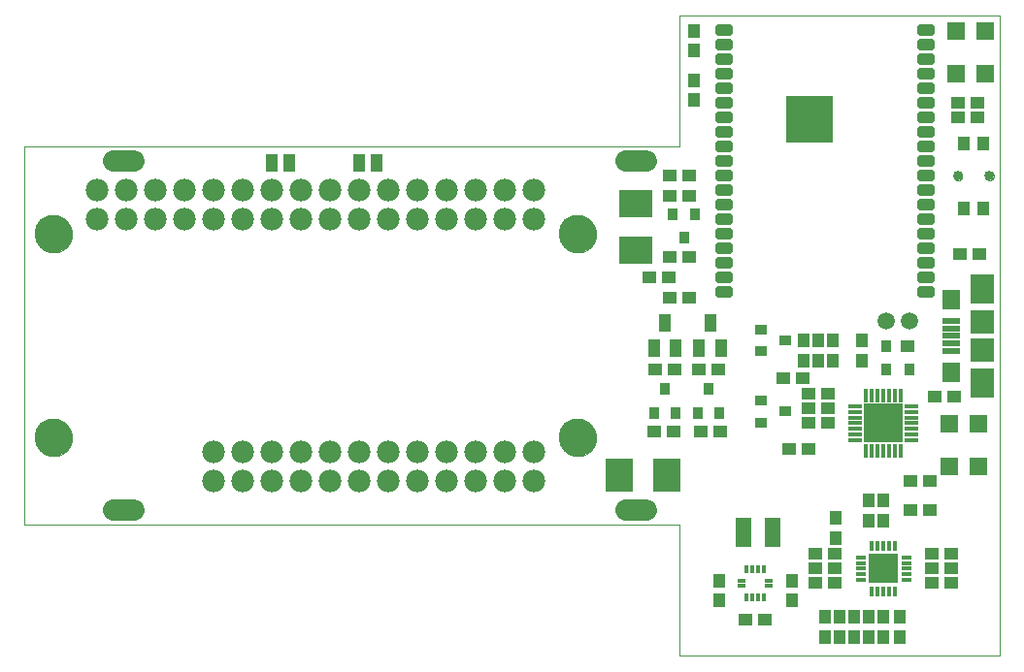
<source format=gts>
G75*
%MOIN*%
%OFA0B0*%
%FSLAX25Y25*%
%IPPOS*%
%LPD*%
%AMOC8*
5,1,8,0,0,1.08239X$1,22.5*
%
%ADD10C,0.00000*%
%ADD11C,0.12998*%
%ADD12C,0.02031*%
%ADD13R,0.16148X0.16148*%
%ADD14R,0.04731X0.04337*%
%ADD15R,0.04337X0.04731*%
%ADD16R,0.05912X0.01975*%
%ADD17R,0.07880X0.07880*%
%ADD18R,0.07880X0.09849*%
%ADD19R,0.06306X0.06699*%
%ADD20C,0.07487*%
%ADD21R,0.03550X0.03943*%
%ADD22R,0.05124X0.03943*%
%ADD23R,0.05912X0.05912*%
%ADD24R,0.09400X0.11400*%
%ADD25R,0.11400X0.09400*%
%ADD26R,0.04337X0.06306*%
%ADD27C,0.07800*%
%ADD28R,0.05518X0.10439*%
%ADD29R,0.04337X0.05124*%
%ADD30C,0.03353*%
%ADD31R,0.03943X0.03550*%
%ADD32R,0.04337X0.05912*%
%ADD33R,0.01581X0.04534*%
%ADD34R,0.04534X0.01581*%
%ADD35R,0.13195X0.13195*%
%ADD36R,0.03353X0.01581*%
%ADD37R,0.01581X0.03353*%
%ADD38R,0.10236X0.10236*%
%ADD39R,0.01384X0.03156*%
%ADD40R,0.03156X0.01384*%
%ADD41C,0.05943*%
D10*
X0001800Y0047550D02*
X0226800Y0047550D01*
X0226800Y0002550D01*
X0336800Y0002550D01*
X0336800Y0222550D01*
X0226800Y0222550D01*
X0226800Y0177550D01*
X0001800Y0177550D01*
X0001800Y0047550D01*
X0005501Y0077550D02*
X0005503Y0077708D01*
X0005509Y0077866D01*
X0005519Y0078024D01*
X0005533Y0078182D01*
X0005551Y0078339D01*
X0005572Y0078496D01*
X0005598Y0078652D01*
X0005628Y0078808D01*
X0005661Y0078963D01*
X0005699Y0079116D01*
X0005740Y0079269D01*
X0005785Y0079421D01*
X0005834Y0079572D01*
X0005887Y0079721D01*
X0005943Y0079869D01*
X0006003Y0080015D01*
X0006067Y0080160D01*
X0006135Y0080303D01*
X0006206Y0080445D01*
X0006280Y0080585D01*
X0006358Y0080722D01*
X0006440Y0080858D01*
X0006524Y0080992D01*
X0006613Y0081123D01*
X0006704Y0081252D01*
X0006799Y0081379D01*
X0006896Y0081504D01*
X0006997Y0081626D01*
X0007101Y0081745D01*
X0007208Y0081862D01*
X0007318Y0081976D01*
X0007431Y0082087D01*
X0007546Y0082196D01*
X0007664Y0082301D01*
X0007785Y0082403D01*
X0007908Y0082503D01*
X0008034Y0082599D01*
X0008162Y0082692D01*
X0008292Y0082782D01*
X0008425Y0082868D01*
X0008560Y0082952D01*
X0008696Y0083031D01*
X0008835Y0083108D01*
X0008976Y0083180D01*
X0009118Y0083250D01*
X0009262Y0083315D01*
X0009408Y0083377D01*
X0009555Y0083435D01*
X0009704Y0083490D01*
X0009854Y0083541D01*
X0010005Y0083588D01*
X0010157Y0083631D01*
X0010310Y0083670D01*
X0010465Y0083706D01*
X0010620Y0083737D01*
X0010776Y0083765D01*
X0010932Y0083789D01*
X0011089Y0083809D01*
X0011247Y0083825D01*
X0011404Y0083837D01*
X0011563Y0083845D01*
X0011721Y0083849D01*
X0011879Y0083849D01*
X0012037Y0083845D01*
X0012196Y0083837D01*
X0012353Y0083825D01*
X0012511Y0083809D01*
X0012668Y0083789D01*
X0012824Y0083765D01*
X0012980Y0083737D01*
X0013135Y0083706D01*
X0013290Y0083670D01*
X0013443Y0083631D01*
X0013595Y0083588D01*
X0013746Y0083541D01*
X0013896Y0083490D01*
X0014045Y0083435D01*
X0014192Y0083377D01*
X0014338Y0083315D01*
X0014482Y0083250D01*
X0014624Y0083180D01*
X0014765Y0083108D01*
X0014904Y0083031D01*
X0015040Y0082952D01*
X0015175Y0082868D01*
X0015308Y0082782D01*
X0015438Y0082692D01*
X0015566Y0082599D01*
X0015692Y0082503D01*
X0015815Y0082403D01*
X0015936Y0082301D01*
X0016054Y0082196D01*
X0016169Y0082087D01*
X0016282Y0081976D01*
X0016392Y0081862D01*
X0016499Y0081745D01*
X0016603Y0081626D01*
X0016704Y0081504D01*
X0016801Y0081379D01*
X0016896Y0081252D01*
X0016987Y0081123D01*
X0017076Y0080992D01*
X0017160Y0080858D01*
X0017242Y0080722D01*
X0017320Y0080585D01*
X0017394Y0080445D01*
X0017465Y0080303D01*
X0017533Y0080160D01*
X0017597Y0080015D01*
X0017657Y0079869D01*
X0017713Y0079721D01*
X0017766Y0079572D01*
X0017815Y0079421D01*
X0017860Y0079269D01*
X0017901Y0079116D01*
X0017939Y0078963D01*
X0017972Y0078808D01*
X0018002Y0078652D01*
X0018028Y0078496D01*
X0018049Y0078339D01*
X0018067Y0078182D01*
X0018081Y0078024D01*
X0018091Y0077866D01*
X0018097Y0077708D01*
X0018099Y0077550D01*
X0018097Y0077392D01*
X0018091Y0077234D01*
X0018081Y0077076D01*
X0018067Y0076918D01*
X0018049Y0076761D01*
X0018028Y0076604D01*
X0018002Y0076448D01*
X0017972Y0076292D01*
X0017939Y0076137D01*
X0017901Y0075984D01*
X0017860Y0075831D01*
X0017815Y0075679D01*
X0017766Y0075528D01*
X0017713Y0075379D01*
X0017657Y0075231D01*
X0017597Y0075085D01*
X0017533Y0074940D01*
X0017465Y0074797D01*
X0017394Y0074655D01*
X0017320Y0074515D01*
X0017242Y0074378D01*
X0017160Y0074242D01*
X0017076Y0074108D01*
X0016987Y0073977D01*
X0016896Y0073848D01*
X0016801Y0073721D01*
X0016704Y0073596D01*
X0016603Y0073474D01*
X0016499Y0073355D01*
X0016392Y0073238D01*
X0016282Y0073124D01*
X0016169Y0073013D01*
X0016054Y0072904D01*
X0015936Y0072799D01*
X0015815Y0072697D01*
X0015692Y0072597D01*
X0015566Y0072501D01*
X0015438Y0072408D01*
X0015308Y0072318D01*
X0015175Y0072232D01*
X0015040Y0072148D01*
X0014904Y0072069D01*
X0014765Y0071992D01*
X0014624Y0071920D01*
X0014482Y0071850D01*
X0014338Y0071785D01*
X0014192Y0071723D01*
X0014045Y0071665D01*
X0013896Y0071610D01*
X0013746Y0071559D01*
X0013595Y0071512D01*
X0013443Y0071469D01*
X0013290Y0071430D01*
X0013135Y0071394D01*
X0012980Y0071363D01*
X0012824Y0071335D01*
X0012668Y0071311D01*
X0012511Y0071291D01*
X0012353Y0071275D01*
X0012196Y0071263D01*
X0012037Y0071255D01*
X0011879Y0071251D01*
X0011721Y0071251D01*
X0011563Y0071255D01*
X0011404Y0071263D01*
X0011247Y0071275D01*
X0011089Y0071291D01*
X0010932Y0071311D01*
X0010776Y0071335D01*
X0010620Y0071363D01*
X0010465Y0071394D01*
X0010310Y0071430D01*
X0010157Y0071469D01*
X0010005Y0071512D01*
X0009854Y0071559D01*
X0009704Y0071610D01*
X0009555Y0071665D01*
X0009408Y0071723D01*
X0009262Y0071785D01*
X0009118Y0071850D01*
X0008976Y0071920D01*
X0008835Y0071992D01*
X0008696Y0072069D01*
X0008560Y0072148D01*
X0008425Y0072232D01*
X0008292Y0072318D01*
X0008162Y0072408D01*
X0008034Y0072501D01*
X0007908Y0072597D01*
X0007785Y0072697D01*
X0007664Y0072799D01*
X0007546Y0072904D01*
X0007431Y0073013D01*
X0007318Y0073124D01*
X0007208Y0073238D01*
X0007101Y0073355D01*
X0006997Y0073474D01*
X0006896Y0073596D01*
X0006799Y0073721D01*
X0006704Y0073848D01*
X0006613Y0073977D01*
X0006524Y0074108D01*
X0006440Y0074242D01*
X0006358Y0074378D01*
X0006280Y0074515D01*
X0006206Y0074655D01*
X0006135Y0074797D01*
X0006067Y0074940D01*
X0006003Y0075085D01*
X0005943Y0075231D01*
X0005887Y0075379D01*
X0005834Y0075528D01*
X0005785Y0075679D01*
X0005740Y0075831D01*
X0005699Y0075984D01*
X0005661Y0076137D01*
X0005628Y0076292D01*
X0005598Y0076448D01*
X0005572Y0076604D01*
X0005551Y0076761D01*
X0005533Y0076918D01*
X0005519Y0077076D01*
X0005509Y0077234D01*
X0005503Y0077392D01*
X0005501Y0077550D01*
X0005501Y0147550D02*
X0005503Y0147708D01*
X0005509Y0147866D01*
X0005519Y0148024D01*
X0005533Y0148182D01*
X0005551Y0148339D01*
X0005572Y0148496D01*
X0005598Y0148652D01*
X0005628Y0148808D01*
X0005661Y0148963D01*
X0005699Y0149116D01*
X0005740Y0149269D01*
X0005785Y0149421D01*
X0005834Y0149572D01*
X0005887Y0149721D01*
X0005943Y0149869D01*
X0006003Y0150015D01*
X0006067Y0150160D01*
X0006135Y0150303D01*
X0006206Y0150445D01*
X0006280Y0150585D01*
X0006358Y0150722D01*
X0006440Y0150858D01*
X0006524Y0150992D01*
X0006613Y0151123D01*
X0006704Y0151252D01*
X0006799Y0151379D01*
X0006896Y0151504D01*
X0006997Y0151626D01*
X0007101Y0151745D01*
X0007208Y0151862D01*
X0007318Y0151976D01*
X0007431Y0152087D01*
X0007546Y0152196D01*
X0007664Y0152301D01*
X0007785Y0152403D01*
X0007908Y0152503D01*
X0008034Y0152599D01*
X0008162Y0152692D01*
X0008292Y0152782D01*
X0008425Y0152868D01*
X0008560Y0152952D01*
X0008696Y0153031D01*
X0008835Y0153108D01*
X0008976Y0153180D01*
X0009118Y0153250D01*
X0009262Y0153315D01*
X0009408Y0153377D01*
X0009555Y0153435D01*
X0009704Y0153490D01*
X0009854Y0153541D01*
X0010005Y0153588D01*
X0010157Y0153631D01*
X0010310Y0153670D01*
X0010465Y0153706D01*
X0010620Y0153737D01*
X0010776Y0153765D01*
X0010932Y0153789D01*
X0011089Y0153809D01*
X0011247Y0153825D01*
X0011404Y0153837D01*
X0011563Y0153845D01*
X0011721Y0153849D01*
X0011879Y0153849D01*
X0012037Y0153845D01*
X0012196Y0153837D01*
X0012353Y0153825D01*
X0012511Y0153809D01*
X0012668Y0153789D01*
X0012824Y0153765D01*
X0012980Y0153737D01*
X0013135Y0153706D01*
X0013290Y0153670D01*
X0013443Y0153631D01*
X0013595Y0153588D01*
X0013746Y0153541D01*
X0013896Y0153490D01*
X0014045Y0153435D01*
X0014192Y0153377D01*
X0014338Y0153315D01*
X0014482Y0153250D01*
X0014624Y0153180D01*
X0014765Y0153108D01*
X0014904Y0153031D01*
X0015040Y0152952D01*
X0015175Y0152868D01*
X0015308Y0152782D01*
X0015438Y0152692D01*
X0015566Y0152599D01*
X0015692Y0152503D01*
X0015815Y0152403D01*
X0015936Y0152301D01*
X0016054Y0152196D01*
X0016169Y0152087D01*
X0016282Y0151976D01*
X0016392Y0151862D01*
X0016499Y0151745D01*
X0016603Y0151626D01*
X0016704Y0151504D01*
X0016801Y0151379D01*
X0016896Y0151252D01*
X0016987Y0151123D01*
X0017076Y0150992D01*
X0017160Y0150858D01*
X0017242Y0150722D01*
X0017320Y0150585D01*
X0017394Y0150445D01*
X0017465Y0150303D01*
X0017533Y0150160D01*
X0017597Y0150015D01*
X0017657Y0149869D01*
X0017713Y0149721D01*
X0017766Y0149572D01*
X0017815Y0149421D01*
X0017860Y0149269D01*
X0017901Y0149116D01*
X0017939Y0148963D01*
X0017972Y0148808D01*
X0018002Y0148652D01*
X0018028Y0148496D01*
X0018049Y0148339D01*
X0018067Y0148182D01*
X0018081Y0148024D01*
X0018091Y0147866D01*
X0018097Y0147708D01*
X0018099Y0147550D01*
X0018097Y0147392D01*
X0018091Y0147234D01*
X0018081Y0147076D01*
X0018067Y0146918D01*
X0018049Y0146761D01*
X0018028Y0146604D01*
X0018002Y0146448D01*
X0017972Y0146292D01*
X0017939Y0146137D01*
X0017901Y0145984D01*
X0017860Y0145831D01*
X0017815Y0145679D01*
X0017766Y0145528D01*
X0017713Y0145379D01*
X0017657Y0145231D01*
X0017597Y0145085D01*
X0017533Y0144940D01*
X0017465Y0144797D01*
X0017394Y0144655D01*
X0017320Y0144515D01*
X0017242Y0144378D01*
X0017160Y0144242D01*
X0017076Y0144108D01*
X0016987Y0143977D01*
X0016896Y0143848D01*
X0016801Y0143721D01*
X0016704Y0143596D01*
X0016603Y0143474D01*
X0016499Y0143355D01*
X0016392Y0143238D01*
X0016282Y0143124D01*
X0016169Y0143013D01*
X0016054Y0142904D01*
X0015936Y0142799D01*
X0015815Y0142697D01*
X0015692Y0142597D01*
X0015566Y0142501D01*
X0015438Y0142408D01*
X0015308Y0142318D01*
X0015175Y0142232D01*
X0015040Y0142148D01*
X0014904Y0142069D01*
X0014765Y0141992D01*
X0014624Y0141920D01*
X0014482Y0141850D01*
X0014338Y0141785D01*
X0014192Y0141723D01*
X0014045Y0141665D01*
X0013896Y0141610D01*
X0013746Y0141559D01*
X0013595Y0141512D01*
X0013443Y0141469D01*
X0013290Y0141430D01*
X0013135Y0141394D01*
X0012980Y0141363D01*
X0012824Y0141335D01*
X0012668Y0141311D01*
X0012511Y0141291D01*
X0012353Y0141275D01*
X0012196Y0141263D01*
X0012037Y0141255D01*
X0011879Y0141251D01*
X0011721Y0141251D01*
X0011563Y0141255D01*
X0011404Y0141263D01*
X0011247Y0141275D01*
X0011089Y0141291D01*
X0010932Y0141311D01*
X0010776Y0141335D01*
X0010620Y0141363D01*
X0010465Y0141394D01*
X0010310Y0141430D01*
X0010157Y0141469D01*
X0010005Y0141512D01*
X0009854Y0141559D01*
X0009704Y0141610D01*
X0009555Y0141665D01*
X0009408Y0141723D01*
X0009262Y0141785D01*
X0009118Y0141850D01*
X0008976Y0141920D01*
X0008835Y0141992D01*
X0008696Y0142069D01*
X0008560Y0142148D01*
X0008425Y0142232D01*
X0008292Y0142318D01*
X0008162Y0142408D01*
X0008034Y0142501D01*
X0007908Y0142597D01*
X0007785Y0142697D01*
X0007664Y0142799D01*
X0007546Y0142904D01*
X0007431Y0143013D01*
X0007318Y0143124D01*
X0007208Y0143238D01*
X0007101Y0143355D01*
X0006997Y0143474D01*
X0006896Y0143596D01*
X0006799Y0143721D01*
X0006704Y0143848D01*
X0006613Y0143977D01*
X0006524Y0144108D01*
X0006440Y0144242D01*
X0006358Y0144378D01*
X0006280Y0144515D01*
X0006206Y0144655D01*
X0006135Y0144797D01*
X0006067Y0144940D01*
X0006003Y0145085D01*
X0005943Y0145231D01*
X0005887Y0145379D01*
X0005834Y0145528D01*
X0005785Y0145679D01*
X0005740Y0145831D01*
X0005699Y0145984D01*
X0005661Y0146137D01*
X0005628Y0146292D01*
X0005598Y0146448D01*
X0005572Y0146604D01*
X0005551Y0146761D01*
X0005533Y0146918D01*
X0005519Y0147076D01*
X0005509Y0147234D01*
X0005503Y0147392D01*
X0005501Y0147550D01*
X0185501Y0147550D02*
X0185503Y0147708D01*
X0185509Y0147866D01*
X0185519Y0148024D01*
X0185533Y0148182D01*
X0185551Y0148339D01*
X0185572Y0148496D01*
X0185598Y0148652D01*
X0185628Y0148808D01*
X0185661Y0148963D01*
X0185699Y0149116D01*
X0185740Y0149269D01*
X0185785Y0149421D01*
X0185834Y0149572D01*
X0185887Y0149721D01*
X0185943Y0149869D01*
X0186003Y0150015D01*
X0186067Y0150160D01*
X0186135Y0150303D01*
X0186206Y0150445D01*
X0186280Y0150585D01*
X0186358Y0150722D01*
X0186440Y0150858D01*
X0186524Y0150992D01*
X0186613Y0151123D01*
X0186704Y0151252D01*
X0186799Y0151379D01*
X0186896Y0151504D01*
X0186997Y0151626D01*
X0187101Y0151745D01*
X0187208Y0151862D01*
X0187318Y0151976D01*
X0187431Y0152087D01*
X0187546Y0152196D01*
X0187664Y0152301D01*
X0187785Y0152403D01*
X0187908Y0152503D01*
X0188034Y0152599D01*
X0188162Y0152692D01*
X0188292Y0152782D01*
X0188425Y0152868D01*
X0188560Y0152952D01*
X0188696Y0153031D01*
X0188835Y0153108D01*
X0188976Y0153180D01*
X0189118Y0153250D01*
X0189262Y0153315D01*
X0189408Y0153377D01*
X0189555Y0153435D01*
X0189704Y0153490D01*
X0189854Y0153541D01*
X0190005Y0153588D01*
X0190157Y0153631D01*
X0190310Y0153670D01*
X0190465Y0153706D01*
X0190620Y0153737D01*
X0190776Y0153765D01*
X0190932Y0153789D01*
X0191089Y0153809D01*
X0191247Y0153825D01*
X0191404Y0153837D01*
X0191563Y0153845D01*
X0191721Y0153849D01*
X0191879Y0153849D01*
X0192037Y0153845D01*
X0192196Y0153837D01*
X0192353Y0153825D01*
X0192511Y0153809D01*
X0192668Y0153789D01*
X0192824Y0153765D01*
X0192980Y0153737D01*
X0193135Y0153706D01*
X0193290Y0153670D01*
X0193443Y0153631D01*
X0193595Y0153588D01*
X0193746Y0153541D01*
X0193896Y0153490D01*
X0194045Y0153435D01*
X0194192Y0153377D01*
X0194338Y0153315D01*
X0194482Y0153250D01*
X0194624Y0153180D01*
X0194765Y0153108D01*
X0194904Y0153031D01*
X0195040Y0152952D01*
X0195175Y0152868D01*
X0195308Y0152782D01*
X0195438Y0152692D01*
X0195566Y0152599D01*
X0195692Y0152503D01*
X0195815Y0152403D01*
X0195936Y0152301D01*
X0196054Y0152196D01*
X0196169Y0152087D01*
X0196282Y0151976D01*
X0196392Y0151862D01*
X0196499Y0151745D01*
X0196603Y0151626D01*
X0196704Y0151504D01*
X0196801Y0151379D01*
X0196896Y0151252D01*
X0196987Y0151123D01*
X0197076Y0150992D01*
X0197160Y0150858D01*
X0197242Y0150722D01*
X0197320Y0150585D01*
X0197394Y0150445D01*
X0197465Y0150303D01*
X0197533Y0150160D01*
X0197597Y0150015D01*
X0197657Y0149869D01*
X0197713Y0149721D01*
X0197766Y0149572D01*
X0197815Y0149421D01*
X0197860Y0149269D01*
X0197901Y0149116D01*
X0197939Y0148963D01*
X0197972Y0148808D01*
X0198002Y0148652D01*
X0198028Y0148496D01*
X0198049Y0148339D01*
X0198067Y0148182D01*
X0198081Y0148024D01*
X0198091Y0147866D01*
X0198097Y0147708D01*
X0198099Y0147550D01*
X0198097Y0147392D01*
X0198091Y0147234D01*
X0198081Y0147076D01*
X0198067Y0146918D01*
X0198049Y0146761D01*
X0198028Y0146604D01*
X0198002Y0146448D01*
X0197972Y0146292D01*
X0197939Y0146137D01*
X0197901Y0145984D01*
X0197860Y0145831D01*
X0197815Y0145679D01*
X0197766Y0145528D01*
X0197713Y0145379D01*
X0197657Y0145231D01*
X0197597Y0145085D01*
X0197533Y0144940D01*
X0197465Y0144797D01*
X0197394Y0144655D01*
X0197320Y0144515D01*
X0197242Y0144378D01*
X0197160Y0144242D01*
X0197076Y0144108D01*
X0196987Y0143977D01*
X0196896Y0143848D01*
X0196801Y0143721D01*
X0196704Y0143596D01*
X0196603Y0143474D01*
X0196499Y0143355D01*
X0196392Y0143238D01*
X0196282Y0143124D01*
X0196169Y0143013D01*
X0196054Y0142904D01*
X0195936Y0142799D01*
X0195815Y0142697D01*
X0195692Y0142597D01*
X0195566Y0142501D01*
X0195438Y0142408D01*
X0195308Y0142318D01*
X0195175Y0142232D01*
X0195040Y0142148D01*
X0194904Y0142069D01*
X0194765Y0141992D01*
X0194624Y0141920D01*
X0194482Y0141850D01*
X0194338Y0141785D01*
X0194192Y0141723D01*
X0194045Y0141665D01*
X0193896Y0141610D01*
X0193746Y0141559D01*
X0193595Y0141512D01*
X0193443Y0141469D01*
X0193290Y0141430D01*
X0193135Y0141394D01*
X0192980Y0141363D01*
X0192824Y0141335D01*
X0192668Y0141311D01*
X0192511Y0141291D01*
X0192353Y0141275D01*
X0192196Y0141263D01*
X0192037Y0141255D01*
X0191879Y0141251D01*
X0191721Y0141251D01*
X0191563Y0141255D01*
X0191404Y0141263D01*
X0191247Y0141275D01*
X0191089Y0141291D01*
X0190932Y0141311D01*
X0190776Y0141335D01*
X0190620Y0141363D01*
X0190465Y0141394D01*
X0190310Y0141430D01*
X0190157Y0141469D01*
X0190005Y0141512D01*
X0189854Y0141559D01*
X0189704Y0141610D01*
X0189555Y0141665D01*
X0189408Y0141723D01*
X0189262Y0141785D01*
X0189118Y0141850D01*
X0188976Y0141920D01*
X0188835Y0141992D01*
X0188696Y0142069D01*
X0188560Y0142148D01*
X0188425Y0142232D01*
X0188292Y0142318D01*
X0188162Y0142408D01*
X0188034Y0142501D01*
X0187908Y0142597D01*
X0187785Y0142697D01*
X0187664Y0142799D01*
X0187546Y0142904D01*
X0187431Y0143013D01*
X0187318Y0143124D01*
X0187208Y0143238D01*
X0187101Y0143355D01*
X0186997Y0143474D01*
X0186896Y0143596D01*
X0186799Y0143721D01*
X0186704Y0143848D01*
X0186613Y0143977D01*
X0186524Y0144108D01*
X0186440Y0144242D01*
X0186358Y0144378D01*
X0186280Y0144515D01*
X0186206Y0144655D01*
X0186135Y0144797D01*
X0186067Y0144940D01*
X0186003Y0145085D01*
X0185943Y0145231D01*
X0185887Y0145379D01*
X0185834Y0145528D01*
X0185785Y0145679D01*
X0185740Y0145831D01*
X0185699Y0145984D01*
X0185661Y0146137D01*
X0185628Y0146292D01*
X0185598Y0146448D01*
X0185572Y0146604D01*
X0185551Y0146761D01*
X0185533Y0146918D01*
X0185519Y0147076D01*
X0185509Y0147234D01*
X0185503Y0147392D01*
X0185501Y0147550D01*
X0185501Y0077550D02*
X0185503Y0077708D01*
X0185509Y0077866D01*
X0185519Y0078024D01*
X0185533Y0078182D01*
X0185551Y0078339D01*
X0185572Y0078496D01*
X0185598Y0078652D01*
X0185628Y0078808D01*
X0185661Y0078963D01*
X0185699Y0079116D01*
X0185740Y0079269D01*
X0185785Y0079421D01*
X0185834Y0079572D01*
X0185887Y0079721D01*
X0185943Y0079869D01*
X0186003Y0080015D01*
X0186067Y0080160D01*
X0186135Y0080303D01*
X0186206Y0080445D01*
X0186280Y0080585D01*
X0186358Y0080722D01*
X0186440Y0080858D01*
X0186524Y0080992D01*
X0186613Y0081123D01*
X0186704Y0081252D01*
X0186799Y0081379D01*
X0186896Y0081504D01*
X0186997Y0081626D01*
X0187101Y0081745D01*
X0187208Y0081862D01*
X0187318Y0081976D01*
X0187431Y0082087D01*
X0187546Y0082196D01*
X0187664Y0082301D01*
X0187785Y0082403D01*
X0187908Y0082503D01*
X0188034Y0082599D01*
X0188162Y0082692D01*
X0188292Y0082782D01*
X0188425Y0082868D01*
X0188560Y0082952D01*
X0188696Y0083031D01*
X0188835Y0083108D01*
X0188976Y0083180D01*
X0189118Y0083250D01*
X0189262Y0083315D01*
X0189408Y0083377D01*
X0189555Y0083435D01*
X0189704Y0083490D01*
X0189854Y0083541D01*
X0190005Y0083588D01*
X0190157Y0083631D01*
X0190310Y0083670D01*
X0190465Y0083706D01*
X0190620Y0083737D01*
X0190776Y0083765D01*
X0190932Y0083789D01*
X0191089Y0083809D01*
X0191247Y0083825D01*
X0191404Y0083837D01*
X0191563Y0083845D01*
X0191721Y0083849D01*
X0191879Y0083849D01*
X0192037Y0083845D01*
X0192196Y0083837D01*
X0192353Y0083825D01*
X0192511Y0083809D01*
X0192668Y0083789D01*
X0192824Y0083765D01*
X0192980Y0083737D01*
X0193135Y0083706D01*
X0193290Y0083670D01*
X0193443Y0083631D01*
X0193595Y0083588D01*
X0193746Y0083541D01*
X0193896Y0083490D01*
X0194045Y0083435D01*
X0194192Y0083377D01*
X0194338Y0083315D01*
X0194482Y0083250D01*
X0194624Y0083180D01*
X0194765Y0083108D01*
X0194904Y0083031D01*
X0195040Y0082952D01*
X0195175Y0082868D01*
X0195308Y0082782D01*
X0195438Y0082692D01*
X0195566Y0082599D01*
X0195692Y0082503D01*
X0195815Y0082403D01*
X0195936Y0082301D01*
X0196054Y0082196D01*
X0196169Y0082087D01*
X0196282Y0081976D01*
X0196392Y0081862D01*
X0196499Y0081745D01*
X0196603Y0081626D01*
X0196704Y0081504D01*
X0196801Y0081379D01*
X0196896Y0081252D01*
X0196987Y0081123D01*
X0197076Y0080992D01*
X0197160Y0080858D01*
X0197242Y0080722D01*
X0197320Y0080585D01*
X0197394Y0080445D01*
X0197465Y0080303D01*
X0197533Y0080160D01*
X0197597Y0080015D01*
X0197657Y0079869D01*
X0197713Y0079721D01*
X0197766Y0079572D01*
X0197815Y0079421D01*
X0197860Y0079269D01*
X0197901Y0079116D01*
X0197939Y0078963D01*
X0197972Y0078808D01*
X0198002Y0078652D01*
X0198028Y0078496D01*
X0198049Y0078339D01*
X0198067Y0078182D01*
X0198081Y0078024D01*
X0198091Y0077866D01*
X0198097Y0077708D01*
X0198099Y0077550D01*
X0198097Y0077392D01*
X0198091Y0077234D01*
X0198081Y0077076D01*
X0198067Y0076918D01*
X0198049Y0076761D01*
X0198028Y0076604D01*
X0198002Y0076448D01*
X0197972Y0076292D01*
X0197939Y0076137D01*
X0197901Y0075984D01*
X0197860Y0075831D01*
X0197815Y0075679D01*
X0197766Y0075528D01*
X0197713Y0075379D01*
X0197657Y0075231D01*
X0197597Y0075085D01*
X0197533Y0074940D01*
X0197465Y0074797D01*
X0197394Y0074655D01*
X0197320Y0074515D01*
X0197242Y0074378D01*
X0197160Y0074242D01*
X0197076Y0074108D01*
X0196987Y0073977D01*
X0196896Y0073848D01*
X0196801Y0073721D01*
X0196704Y0073596D01*
X0196603Y0073474D01*
X0196499Y0073355D01*
X0196392Y0073238D01*
X0196282Y0073124D01*
X0196169Y0073013D01*
X0196054Y0072904D01*
X0195936Y0072799D01*
X0195815Y0072697D01*
X0195692Y0072597D01*
X0195566Y0072501D01*
X0195438Y0072408D01*
X0195308Y0072318D01*
X0195175Y0072232D01*
X0195040Y0072148D01*
X0194904Y0072069D01*
X0194765Y0071992D01*
X0194624Y0071920D01*
X0194482Y0071850D01*
X0194338Y0071785D01*
X0194192Y0071723D01*
X0194045Y0071665D01*
X0193896Y0071610D01*
X0193746Y0071559D01*
X0193595Y0071512D01*
X0193443Y0071469D01*
X0193290Y0071430D01*
X0193135Y0071394D01*
X0192980Y0071363D01*
X0192824Y0071335D01*
X0192668Y0071311D01*
X0192511Y0071291D01*
X0192353Y0071275D01*
X0192196Y0071263D01*
X0192037Y0071255D01*
X0191879Y0071251D01*
X0191721Y0071251D01*
X0191563Y0071255D01*
X0191404Y0071263D01*
X0191247Y0071275D01*
X0191089Y0071291D01*
X0190932Y0071311D01*
X0190776Y0071335D01*
X0190620Y0071363D01*
X0190465Y0071394D01*
X0190310Y0071430D01*
X0190157Y0071469D01*
X0190005Y0071512D01*
X0189854Y0071559D01*
X0189704Y0071610D01*
X0189555Y0071665D01*
X0189408Y0071723D01*
X0189262Y0071785D01*
X0189118Y0071850D01*
X0188976Y0071920D01*
X0188835Y0071992D01*
X0188696Y0072069D01*
X0188560Y0072148D01*
X0188425Y0072232D01*
X0188292Y0072318D01*
X0188162Y0072408D01*
X0188034Y0072501D01*
X0187908Y0072597D01*
X0187785Y0072697D01*
X0187664Y0072799D01*
X0187546Y0072904D01*
X0187431Y0073013D01*
X0187318Y0073124D01*
X0187208Y0073238D01*
X0187101Y0073355D01*
X0186997Y0073474D01*
X0186896Y0073596D01*
X0186799Y0073721D01*
X0186704Y0073848D01*
X0186613Y0073977D01*
X0186524Y0074108D01*
X0186440Y0074242D01*
X0186358Y0074378D01*
X0186280Y0074515D01*
X0186206Y0074655D01*
X0186135Y0074797D01*
X0186067Y0074940D01*
X0186003Y0075085D01*
X0185943Y0075231D01*
X0185887Y0075379D01*
X0185834Y0075528D01*
X0185785Y0075679D01*
X0185740Y0075831D01*
X0185699Y0075984D01*
X0185661Y0076137D01*
X0185628Y0076292D01*
X0185598Y0076448D01*
X0185572Y0076604D01*
X0185551Y0076761D01*
X0185533Y0076918D01*
X0185519Y0077076D01*
X0185509Y0077234D01*
X0185503Y0077392D01*
X0185501Y0077550D01*
X0320911Y0167550D02*
X0320913Y0167627D01*
X0320919Y0167703D01*
X0320929Y0167779D01*
X0320943Y0167854D01*
X0320960Y0167929D01*
X0320982Y0168002D01*
X0321007Y0168075D01*
X0321037Y0168146D01*
X0321069Y0168215D01*
X0321106Y0168282D01*
X0321145Y0168348D01*
X0321188Y0168411D01*
X0321235Y0168472D01*
X0321284Y0168531D01*
X0321337Y0168587D01*
X0321392Y0168640D01*
X0321450Y0168690D01*
X0321510Y0168737D01*
X0321573Y0168781D01*
X0321638Y0168822D01*
X0321705Y0168859D01*
X0321774Y0168893D01*
X0321844Y0168923D01*
X0321916Y0168949D01*
X0321990Y0168971D01*
X0322064Y0168990D01*
X0322139Y0169005D01*
X0322215Y0169016D01*
X0322291Y0169023D01*
X0322368Y0169026D01*
X0322444Y0169025D01*
X0322521Y0169020D01*
X0322597Y0169011D01*
X0322673Y0168998D01*
X0322747Y0168981D01*
X0322821Y0168961D01*
X0322894Y0168936D01*
X0322965Y0168908D01*
X0323035Y0168876D01*
X0323103Y0168841D01*
X0323169Y0168802D01*
X0323233Y0168760D01*
X0323294Y0168714D01*
X0323354Y0168665D01*
X0323410Y0168614D01*
X0323464Y0168559D01*
X0323515Y0168502D01*
X0323563Y0168442D01*
X0323608Y0168380D01*
X0323649Y0168315D01*
X0323687Y0168249D01*
X0323722Y0168181D01*
X0323752Y0168110D01*
X0323780Y0168039D01*
X0323803Y0167966D01*
X0323823Y0167892D01*
X0323839Y0167817D01*
X0323851Y0167741D01*
X0323859Y0167665D01*
X0323863Y0167588D01*
X0323863Y0167512D01*
X0323859Y0167435D01*
X0323851Y0167359D01*
X0323839Y0167283D01*
X0323823Y0167208D01*
X0323803Y0167134D01*
X0323780Y0167061D01*
X0323752Y0166990D01*
X0323722Y0166919D01*
X0323687Y0166851D01*
X0323649Y0166785D01*
X0323608Y0166720D01*
X0323563Y0166658D01*
X0323515Y0166598D01*
X0323464Y0166541D01*
X0323410Y0166486D01*
X0323354Y0166435D01*
X0323294Y0166386D01*
X0323233Y0166340D01*
X0323169Y0166298D01*
X0323103Y0166259D01*
X0323035Y0166224D01*
X0322965Y0166192D01*
X0322894Y0166164D01*
X0322821Y0166139D01*
X0322747Y0166119D01*
X0322673Y0166102D01*
X0322597Y0166089D01*
X0322521Y0166080D01*
X0322444Y0166075D01*
X0322368Y0166074D01*
X0322291Y0166077D01*
X0322215Y0166084D01*
X0322139Y0166095D01*
X0322064Y0166110D01*
X0321990Y0166129D01*
X0321916Y0166151D01*
X0321844Y0166177D01*
X0321774Y0166207D01*
X0321705Y0166241D01*
X0321638Y0166278D01*
X0321573Y0166319D01*
X0321510Y0166363D01*
X0321450Y0166410D01*
X0321392Y0166460D01*
X0321337Y0166513D01*
X0321284Y0166569D01*
X0321235Y0166628D01*
X0321188Y0166689D01*
X0321145Y0166752D01*
X0321106Y0166818D01*
X0321069Y0166885D01*
X0321037Y0166954D01*
X0321007Y0167025D01*
X0320982Y0167098D01*
X0320960Y0167171D01*
X0320943Y0167246D01*
X0320929Y0167321D01*
X0320919Y0167397D01*
X0320913Y0167473D01*
X0320911Y0167550D01*
X0331737Y0167550D02*
X0331739Y0167627D01*
X0331745Y0167703D01*
X0331755Y0167779D01*
X0331769Y0167854D01*
X0331786Y0167929D01*
X0331808Y0168002D01*
X0331833Y0168075D01*
X0331863Y0168146D01*
X0331895Y0168215D01*
X0331932Y0168282D01*
X0331971Y0168348D01*
X0332014Y0168411D01*
X0332061Y0168472D01*
X0332110Y0168531D01*
X0332163Y0168587D01*
X0332218Y0168640D01*
X0332276Y0168690D01*
X0332336Y0168737D01*
X0332399Y0168781D01*
X0332464Y0168822D01*
X0332531Y0168859D01*
X0332600Y0168893D01*
X0332670Y0168923D01*
X0332742Y0168949D01*
X0332816Y0168971D01*
X0332890Y0168990D01*
X0332965Y0169005D01*
X0333041Y0169016D01*
X0333117Y0169023D01*
X0333194Y0169026D01*
X0333270Y0169025D01*
X0333347Y0169020D01*
X0333423Y0169011D01*
X0333499Y0168998D01*
X0333573Y0168981D01*
X0333647Y0168961D01*
X0333720Y0168936D01*
X0333791Y0168908D01*
X0333861Y0168876D01*
X0333929Y0168841D01*
X0333995Y0168802D01*
X0334059Y0168760D01*
X0334120Y0168714D01*
X0334180Y0168665D01*
X0334236Y0168614D01*
X0334290Y0168559D01*
X0334341Y0168502D01*
X0334389Y0168442D01*
X0334434Y0168380D01*
X0334475Y0168315D01*
X0334513Y0168249D01*
X0334548Y0168181D01*
X0334578Y0168110D01*
X0334606Y0168039D01*
X0334629Y0167966D01*
X0334649Y0167892D01*
X0334665Y0167817D01*
X0334677Y0167741D01*
X0334685Y0167665D01*
X0334689Y0167588D01*
X0334689Y0167512D01*
X0334685Y0167435D01*
X0334677Y0167359D01*
X0334665Y0167283D01*
X0334649Y0167208D01*
X0334629Y0167134D01*
X0334606Y0167061D01*
X0334578Y0166990D01*
X0334548Y0166919D01*
X0334513Y0166851D01*
X0334475Y0166785D01*
X0334434Y0166720D01*
X0334389Y0166658D01*
X0334341Y0166598D01*
X0334290Y0166541D01*
X0334236Y0166486D01*
X0334180Y0166435D01*
X0334120Y0166386D01*
X0334059Y0166340D01*
X0333995Y0166298D01*
X0333929Y0166259D01*
X0333861Y0166224D01*
X0333791Y0166192D01*
X0333720Y0166164D01*
X0333647Y0166139D01*
X0333573Y0166119D01*
X0333499Y0166102D01*
X0333423Y0166089D01*
X0333347Y0166080D01*
X0333270Y0166075D01*
X0333194Y0166074D01*
X0333117Y0166077D01*
X0333041Y0166084D01*
X0332965Y0166095D01*
X0332890Y0166110D01*
X0332816Y0166129D01*
X0332742Y0166151D01*
X0332670Y0166177D01*
X0332600Y0166207D01*
X0332531Y0166241D01*
X0332464Y0166278D01*
X0332399Y0166319D01*
X0332336Y0166363D01*
X0332276Y0166410D01*
X0332218Y0166460D01*
X0332163Y0166513D01*
X0332110Y0166569D01*
X0332061Y0166628D01*
X0332014Y0166689D01*
X0331971Y0166752D01*
X0331932Y0166818D01*
X0331895Y0166885D01*
X0331863Y0166954D01*
X0331833Y0167025D01*
X0331808Y0167098D01*
X0331786Y0167171D01*
X0331769Y0167246D01*
X0331755Y0167321D01*
X0331745Y0167397D01*
X0331739Y0167473D01*
X0331737Y0167550D01*
D11*
X0191800Y0147550D03*
X0191800Y0077550D03*
X0011800Y0077550D03*
X0011800Y0147550D03*
D12*
X0240076Y0146555D02*
X0244154Y0146555D01*
X0240076Y0146555D02*
X0240076Y0148585D01*
X0244154Y0148585D01*
X0244154Y0146555D01*
X0244154Y0148585D02*
X0240076Y0148585D01*
X0240076Y0151555D02*
X0244154Y0151555D01*
X0240076Y0151555D02*
X0240076Y0153585D01*
X0244154Y0153585D01*
X0244154Y0151555D01*
X0244154Y0153585D02*
X0240076Y0153585D01*
X0240076Y0156555D02*
X0244154Y0156555D01*
X0240076Y0156555D02*
X0240076Y0158585D01*
X0244154Y0158585D01*
X0244154Y0156555D01*
X0244154Y0158585D02*
X0240076Y0158585D01*
X0240076Y0161555D02*
X0244154Y0161555D01*
X0240076Y0161555D02*
X0240076Y0163585D01*
X0244154Y0163585D01*
X0244154Y0161555D01*
X0244154Y0163585D02*
X0240076Y0163585D01*
X0240076Y0166555D02*
X0244154Y0166555D01*
X0240076Y0166555D02*
X0240076Y0168585D01*
X0244154Y0168585D01*
X0244154Y0166555D01*
X0244154Y0168585D02*
X0240076Y0168585D01*
X0240076Y0171555D02*
X0244154Y0171555D01*
X0240076Y0171555D02*
X0240076Y0173585D01*
X0244154Y0173585D01*
X0244154Y0171555D01*
X0244154Y0173585D02*
X0240076Y0173585D01*
X0240076Y0176555D02*
X0244154Y0176555D01*
X0240076Y0176555D02*
X0240076Y0178585D01*
X0244154Y0178585D01*
X0244154Y0176555D01*
X0244154Y0178585D02*
X0240076Y0178585D01*
X0240076Y0181555D02*
X0244154Y0181555D01*
X0240076Y0181555D02*
X0240076Y0183585D01*
X0244154Y0183585D01*
X0244154Y0181555D01*
X0244154Y0183585D02*
X0240076Y0183585D01*
X0240076Y0186555D02*
X0244154Y0186555D01*
X0240076Y0186555D02*
X0240076Y0188585D01*
X0244154Y0188585D01*
X0244154Y0186555D01*
X0244154Y0188585D02*
X0240076Y0188585D01*
X0240076Y0191555D02*
X0244154Y0191555D01*
X0240076Y0191555D02*
X0240076Y0193585D01*
X0244154Y0193585D01*
X0244154Y0191555D01*
X0244154Y0193585D02*
X0240076Y0193585D01*
X0240076Y0196555D02*
X0244154Y0196555D01*
X0240076Y0196555D02*
X0240076Y0198585D01*
X0244154Y0198585D01*
X0244154Y0196555D01*
X0244154Y0198585D02*
X0240076Y0198585D01*
X0240076Y0201555D02*
X0244154Y0201555D01*
X0240076Y0201555D02*
X0240076Y0203585D01*
X0244154Y0203585D01*
X0244154Y0201555D01*
X0244154Y0203585D02*
X0240076Y0203585D01*
X0240076Y0206555D02*
X0244154Y0206555D01*
X0240076Y0206555D02*
X0240076Y0208585D01*
X0244154Y0208585D01*
X0244154Y0206555D01*
X0244154Y0208585D02*
X0240076Y0208585D01*
X0240076Y0211555D02*
X0244154Y0211555D01*
X0240076Y0211555D02*
X0240076Y0213585D01*
X0244154Y0213585D01*
X0244154Y0211555D01*
X0244154Y0213585D02*
X0240076Y0213585D01*
X0240076Y0216555D02*
X0244154Y0216555D01*
X0240076Y0216555D02*
X0240076Y0218585D01*
X0244154Y0218585D01*
X0244154Y0216555D01*
X0244154Y0218585D02*
X0240076Y0218585D01*
X0309446Y0218585D02*
X0313524Y0218585D01*
X0313524Y0216555D01*
X0309446Y0216555D01*
X0309446Y0218585D01*
X0313524Y0218585D01*
X0313524Y0213585D02*
X0309446Y0213585D01*
X0313524Y0213585D02*
X0313524Y0211555D01*
X0309446Y0211555D01*
X0309446Y0213585D01*
X0313524Y0213585D01*
X0313524Y0208585D02*
X0309446Y0208585D01*
X0313524Y0208585D02*
X0313524Y0206555D01*
X0309446Y0206555D01*
X0309446Y0208585D01*
X0313524Y0208585D01*
X0313524Y0203585D02*
X0309446Y0203585D01*
X0313524Y0203585D02*
X0313524Y0201555D01*
X0309446Y0201555D01*
X0309446Y0203585D01*
X0313524Y0203585D01*
X0313524Y0198585D02*
X0309446Y0198585D01*
X0313524Y0198585D02*
X0313524Y0196555D01*
X0309446Y0196555D01*
X0309446Y0198585D01*
X0313524Y0198585D01*
X0313524Y0193585D02*
X0309446Y0193585D01*
X0313524Y0193585D02*
X0313524Y0191555D01*
X0309446Y0191555D01*
X0309446Y0193585D01*
X0313524Y0193585D01*
X0313524Y0188585D02*
X0309446Y0188585D01*
X0313524Y0188585D02*
X0313524Y0186555D01*
X0309446Y0186555D01*
X0309446Y0188585D01*
X0313524Y0188585D01*
X0313524Y0183585D02*
X0309446Y0183585D01*
X0313524Y0183585D02*
X0313524Y0181555D01*
X0309446Y0181555D01*
X0309446Y0183585D01*
X0313524Y0183585D01*
X0313524Y0178585D02*
X0309446Y0178585D01*
X0313524Y0178585D02*
X0313524Y0176555D01*
X0309446Y0176555D01*
X0309446Y0178585D01*
X0313524Y0178585D01*
X0313524Y0173585D02*
X0309446Y0173585D01*
X0313524Y0173585D02*
X0313524Y0171555D01*
X0309446Y0171555D01*
X0309446Y0173585D01*
X0313524Y0173585D01*
X0313524Y0168585D02*
X0309446Y0168585D01*
X0313524Y0168585D02*
X0313524Y0166555D01*
X0309446Y0166555D01*
X0309446Y0168585D01*
X0313524Y0168585D01*
X0313524Y0163585D02*
X0309446Y0163585D01*
X0313524Y0163585D02*
X0313524Y0161555D01*
X0309446Y0161555D01*
X0309446Y0163585D01*
X0313524Y0163585D01*
X0313524Y0158585D02*
X0309446Y0158585D01*
X0313524Y0158585D02*
X0313524Y0156555D01*
X0309446Y0156555D01*
X0309446Y0158585D01*
X0313524Y0158585D01*
X0313524Y0153585D02*
X0309446Y0153585D01*
X0313524Y0153585D02*
X0313524Y0151555D01*
X0309446Y0151555D01*
X0309446Y0153585D01*
X0313524Y0153585D01*
X0313524Y0148585D02*
X0309446Y0148585D01*
X0313524Y0148585D02*
X0313524Y0146555D01*
X0309446Y0146555D01*
X0309446Y0148585D01*
X0313524Y0148585D01*
X0313524Y0143585D02*
X0309446Y0143585D01*
X0313524Y0143585D02*
X0313524Y0141555D01*
X0309446Y0141555D01*
X0309446Y0143585D01*
X0313524Y0143585D01*
X0313524Y0138585D02*
X0309446Y0138585D01*
X0313524Y0138585D02*
X0313524Y0136555D01*
X0309446Y0136555D01*
X0309446Y0138585D01*
X0313524Y0138585D01*
X0313524Y0133585D02*
X0309446Y0133585D01*
X0313524Y0133585D02*
X0313524Y0131555D01*
X0309446Y0131555D01*
X0309446Y0133585D01*
X0313524Y0133585D01*
X0313524Y0128585D02*
X0309446Y0128585D01*
X0313524Y0128585D02*
X0313524Y0126555D01*
X0309446Y0126555D01*
X0309446Y0128585D01*
X0313524Y0128585D01*
X0244154Y0126555D02*
X0240076Y0126555D01*
X0240076Y0128585D01*
X0244154Y0128585D01*
X0244154Y0126555D01*
X0244154Y0128585D02*
X0240076Y0128585D01*
X0240076Y0131555D02*
X0244154Y0131555D01*
X0240076Y0131555D02*
X0240076Y0133585D01*
X0244154Y0133585D01*
X0244154Y0131555D01*
X0244154Y0133585D02*
X0240076Y0133585D01*
X0240076Y0136555D02*
X0244154Y0136555D01*
X0240076Y0136555D02*
X0240076Y0138585D01*
X0244154Y0138585D01*
X0244154Y0136555D01*
X0244154Y0138585D02*
X0240076Y0138585D01*
X0240076Y0141555D02*
X0244154Y0141555D01*
X0240076Y0141555D02*
X0240076Y0143585D01*
X0244154Y0143585D01*
X0244154Y0141555D01*
X0244154Y0143585D02*
X0240076Y0143585D01*
D13*
X0271367Y0186900D03*
D14*
X0230146Y0167550D03*
X0223454Y0167550D03*
X0223454Y0160550D03*
X0230146Y0160550D03*
X0230146Y0139550D03*
X0223454Y0139550D03*
X0223146Y0132550D03*
X0216454Y0132550D03*
X0223454Y0125550D03*
X0230146Y0125550D03*
X0233454Y0101050D03*
X0240146Y0101050D03*
X0225146Y0101050D03*
X0218454Y0101050D03*
X0217954Y0079550D03*
X0224646Y0079550D03*
X0233954Y0079550D03*
X0240646Y0079550D03*
X0264454Y0073550D03*
X0271146Y0073550D03*
X0270954Y0082550D03*
X0270954Y0087550D03*
X0270954Y0092550D03*
X0269146Y0098050D03*
X0262454Y0098050D03*
X0277646Y0092550D03*
X0277646Y0087550D03*
X0277646Y0082550D03*
X0305954Y0062550D03*
X0312646Y0062550D03*
X0312646Y0052550D03*
X0305954Y0052550D03*
X0313454Y0037550D03*
X0313454Y0032550D03*
X0313454Y0027550D03*
X0320146Y0027550D03*
X0320146Y0032550D03*
X0320146Y0037550D03*
X0280146Y0037550D03*
X0280146Y0032550D03*
X0280146Y0027550D03*
X0273454Y0027550D03*
X0273454Y0032550D03*
X0273454Y0037550D03*
X0256146Y0015050D03*
X0249454Y0015050D03*
X0314454Y0091550D03*
X0321146Y0091550D03*
X0322954Y0140550D03*
X0329646Y0140550D03*
X0329146Y0187550D03*
X0329146Y0192550D03*
X0322454Y0192550D03*
X0322454Y0187550D03*
D15*
X0231800Y0193704D03*
X0231800Y0200396D03*
X0231800Y0210704D03*
X0231800Y0217396D03*
X0269300Y0110896D03*
X0274300Y0110896D03*
X0279300Y0110896D03*
X0289300Y0110896D03*
X0289300Y0104204D03*
X0279300Y0104204D03*
X0274300Y0104204D03*
X0269300Y0104204D03*
X0291800Y0055896D03*
X0296800Y0055896D03*
X0296800Y0049204D03*
X0291800Y0049204D03*
X0280300Y0049896D03*
X0280300Y0043204D03*
X0265300Y0028396D03*
X0265300Y0021704D03*
X0276800Y0015896D03*
X0281800Y0015896D03*
X0286800Y0015896D03*
X0291800Y0015896D03*
X0296800Y0015896D03*
X0302300Y0015896D03*
X0302300Y0009204D03*
X0296800Y0009204D03*
X0291800Y0009204D03*
X0286800Y0009204D03*
X0281800Y0009204D03*
X0276800Y0009204D03*
X0240300Y0021704D03*
X0240300Y0028396D03*
D16*
X0319973Y0107432D03*
X0319973Y0109991D03*
X0319973Y0112550D03*
X0319973Y0115109D03*
X0319973Y0117668D03*
D17*
X0330800Y0117274D03*
X0330800Y0107826D03*
D18*
X0330800Y0096408D03*
X0330800Y0128692D03*
D19*
X0320170Y0125148D03*
X0320170Y0099952D03*
D20*
X0215343Y0052550D02*
X0208257Y0052550D01*
X0039343Y0052550D02*
X0032257Y0052550D01*
X0032257Y0172550D02*
X0039343Y0172550D01*
X0208257Y0172550D02*
X0215343Y0172550D01*
D21*
X0224560Y0154487D03*
X0232040Y0154487D03*
X0228300Y0146219D03*
X0297863Y0108987D03*
X0297863Y0101113D03*
X0305737Y0101113D03*
X0240540Y0086113D03*
X0233060Y0086113D03*
X0225540Y0086113D03*
X0218060Y0086113D03*
X0221800Y0094381D03*
X0236800Y0094381D03*
D22*
X0304950Y0108987D03*
D23*
X0319300Y0082530D03*
X0329300Y0082530D03*
X0329300Y0067570D03*
X0319300Y0067570D03*
X0321800Y0202570D03*
X0331800Y0202570D03*
X0331800Y0217530D03*
X0321800Y0217530D03*
D24*
X0222355Y0064550D03*
X0206245Y0064550D03*
D25*
X0211800Y0141995D03*
X0211800Y0158105D03*
D26*
X0122753Y0172050D03*
X0116847Y0172050D03*
X0092753Y0172050D03*
X0086847Y0172050D03*
D27*
X0086800Y0162550D03*
X0076800Y0162550D03*
X0066800Y0162550D03*
X0056800Y0162550D03*
X0046800Y0162550D03*
X0036800Y0162550D03*
X0026800Y0162550D03*
X0026800Y0152550D03*
X0036800Y0152550D03*
X0046800Y0152550D03*
X0056800Y0152550D03*
X0066800Y0152550D03*
X0076800Y0152550D03*
X0086800Y0152550D03*
X0096800Y0152550D03*
X0106800Y0152550D03*
X0116800Y0152550D03*
X0126800Y0152550D03*
X0136800Y0152550D03*
X0146800Y0152550D03*
X0156800Y0152550D03*
X0166800Y0152550D03*
X0176800Y0152550D03*
X0176800Y0162550D03*
X0166800Y0162550D03*
X0156800Y0162550D03*
X0146800Y0162550D03*
X0136800Y0162550D03*
X0126800Y0162550D03*
X0116800Y0162550D03*
X0106800Y0162550D03*
X0096800Y0162550D03*
X0096800Y0072550D03*
X0086800Y0072550D03*
X0076800Y0072550D03*
X0066800Y0072550D03*
X0066800Y0062550D03*
X0076800Y0062550D03*
X0086800Y0062550D03*
X0096800Y0062550D03*
X0106800Y0062550D03*
X0116800Y0062550D03*
X0126800Y0062550D03*
X0136800Y0062550D03*
X0146800Y0062550D03*
X0156800Y0062550D03*
X0166800Y0062550D03*
X0176800Y0062550D03*
X0176800Y0072550D03*
X0166800Y0072550D03*
X0156800Y0072550D03*
X0146800Y0072550D03*
X0136800Y0072550D03*
X0126800Y0072550D03*
X0116800Y0072550D03*
X0106800Y0072550D03*
D28*
X0248879Y0045050D03*
X0258721Y0045050D03*
D29*
X0324454Y0156526D03*
X0331146Y0156526D03*
X0331146Y0178574D03*
X0324454Y0178574D03*
D30*
X0322387Y0167550D03*
X0333213Y0167550D03*
D31*
X0254863Y0114790D03*
X0263131Y0111050D03*
X0254863Y0107310D03*
X0254863Y0090290D03*
X0263131Y0086550D03*
X0254863Y0082810D03*
D32*
X0241040Y0108219D03*
X0233560Y0108219D03*
X0225540Y0108219D03*
X0218060Y0108219D03*
X0221800Y0116881D03*
X0237300Y0116881D03*
D33*
X0290894Y0092196D03*
X0292863Y0092196D03*
X0294831Y0092196D03*
X0296800Y0092196D03*
X0298769Y0092196D03*
X0300737Y0092196D03*
X0302706Y0092196D03*
X0302706Y0072904D03*
X0300737Y0072904D03*
X0298769Y0072904D03*
X0296800Y0072904D03*
X0294831Y0072904D03*
X0292863Y0072904D03*
X0290894Y0072904D03*
D34*
X0287154Y0076644D03*
X0287154Y0078613D03*
X0287154Y0080581D03*
X0287154Y0082550D03*
X0287154Y0084519D03*
X0287154Y0086487D03*
X0287154Y0088456D03*
X0306446Y0088456D03*
X0306446Y0086487D03*
X0306446Y0084519D03*
X0306446Y0082550D03*
X0306446Y0080581D03*
X0306446Y0078613D03*
X0306446Y0076644D03*
D35*
X0296800Y0082550D03*
D36*
X0288926Y0036487D03*
X0288926Y0034519D03*
X0288926Y0032550D03*
X0288926Y0030581D03*
X0288926Y0028613D03*
X0304674Y0028613D03*
X0304674Y0030581D03*
X0304674Y0032550D03*
X0304674Y0034519D03*
X0304674Y0036487D03*
D37*
X0300737Y0040424D03*
X0298769Y0040424D03*
X0296800Y0040424D03*
X0294831Y0040424D03*
X0292863Y0040424D03*
X0292863Y0024676D03*
X0294831Y0024676D03*
X0296800Y0024676D03*
X0298769Y0024676D03*
X0300737Y0024676D03*
D38*
X0296800Y0032550D03*
D39*
X0255753Y0032274D03*
X0253784Y0032274D03*
X0251816Y0032274D03*
X0249847Y0032274D03*
X0249847Y0022826D03*
X0251816Y0022826D03*
X0253784Y0022826D03*
X0255753Y0022826D03*
D40*
X0257524Y0026566D03*
X0257524Y0028534D03*
X0248076Y0028534D03*
X0248076Y0026566D03*
D41*
X0297863Y0117550D03*
X0305737Y0117550D03*
M02*

</source>
